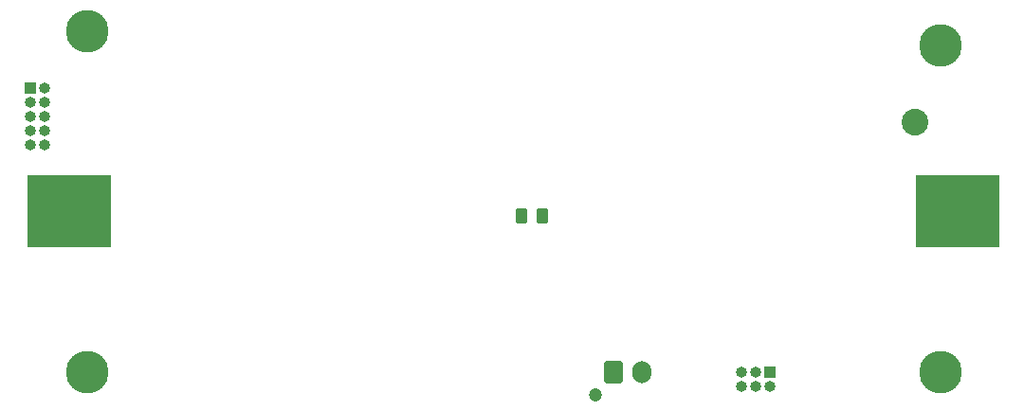
<source format=gbs>
G04 #@! TF.GenerationSoftware,KiCad,Pcbnew,7.0.10*
G04 #@! TF.CreationDate,2024-04-08T00:43:02-04:00*
G04 #@! TF.ProjectId,JokerIteration1,4a6f6b65-7249-4746-9572-6174696f6e31,rev?*
G04 #@! TF.SameCoordinates,Original*
G04 #@! TF.FileFunction,Soldermask,Bot*
G04 #@! TF.FilePolarity,Negative*
%FSLAX46Y46*%
G04 Gerber Fmt 4.6, Leading zero omitted, Abs format (unit mm)*
G04 Created by KiCad (PCBNEW 7.0.10) date 2024-04-08 00:43:02*
%MOMM*%
%LPD*%
G01*
G04 APERTURE LIST*
G04 Aperture macros list*
%AMRoundRect*
0 Rectangle with rounded corners*
0 $1 Rounding radius*
0 $2 $3 $4 $5 $6 $7 $8 $9 X,Y pos of 4 corners*
0 Add a 4 corners polygon primitive as box body*
4,1,4,$2,$3,$4,$5,$6,$7,$8,$9,$2,$3,0*
0 Add four circle primitives for the rounded corners*
1,1,$1+$1,$2,$3*
1,1,$1+$1,$4,$5*
1,1,$1+$1,$6,$7*
1,1,$1+$1,$8,$9*
0 Add four rect primitives between the rounded corners*
20,1,$1+$1,$2,$3,$4,$5,0*
20,1,$1+$1,$4,$5,$6,$7,0*
20,1,$1+$1,$6,$7,$8,$9,0*
20,1,$1+$1,$8,$9,$2,$3,0*%
G04 Aperture macros list end*
%ADD10C,2.387600*%
%ADD11R,7.467600X6.477000*%
%ADD12C,1.200000*%
%ADD13RoundRect,0.250000X-0.600000X-0.750000X0.600000X-0.750000X0.600000X0.750000X-0.600000X0.750000X0*%
%ADD14O,1.700000X2.000000*%
%ADD15R,1.000000X1.000000*%
%ADD16O,1.000000X1.000000*%
%ADD17C,3.800000*%
%ADD18RoundRect,0.250000X0.262500X0.450000X-0.262500X0.450000X-0.262500X-0.450000X0.262500X-0.450000X0*%
G04 APERTURE END LIST*
D10*
X153962100Y-98299000D03*
D11*
X78422500Y-106300000D03*
X157797500Y-106300000D03*
D12*
X125440000Y-122650000D03*
D13*
X127040000Y-120650000D03*
D14*
X129540000Y-120650000D03*
D15*
X140970000Y-120650000D03*
D16*
X140970000Y-121920000D03*
X139700000Y-120650000D03*
X139700000Y-121920000D03*
X138430000Y-120650000D03*
X138430000Y-121920000D03*
D15*
X74930000Y-95250000D03*
D16*
X76200000Y-95250000D03*
X74930000Y-96520000D03*
X76200000Y-96520000D03*
X74930000Y-97790000D03*
X76200000Y-97790000D03*
X74930000Y-99060000D03*
X76200000Y-99060000D03*
X74930000Y-100330000D03*
X76200000Y-100330000D03*
D17*
X80010000Y-120650000D03*
X156210000Y-120650000D03*
X80010000Y-90170000D03*
X156210000Y-91440000D03*
D18*
X120650000Y-106680000D03*
X118825000Y-106680000D03*
M02*

</source>
